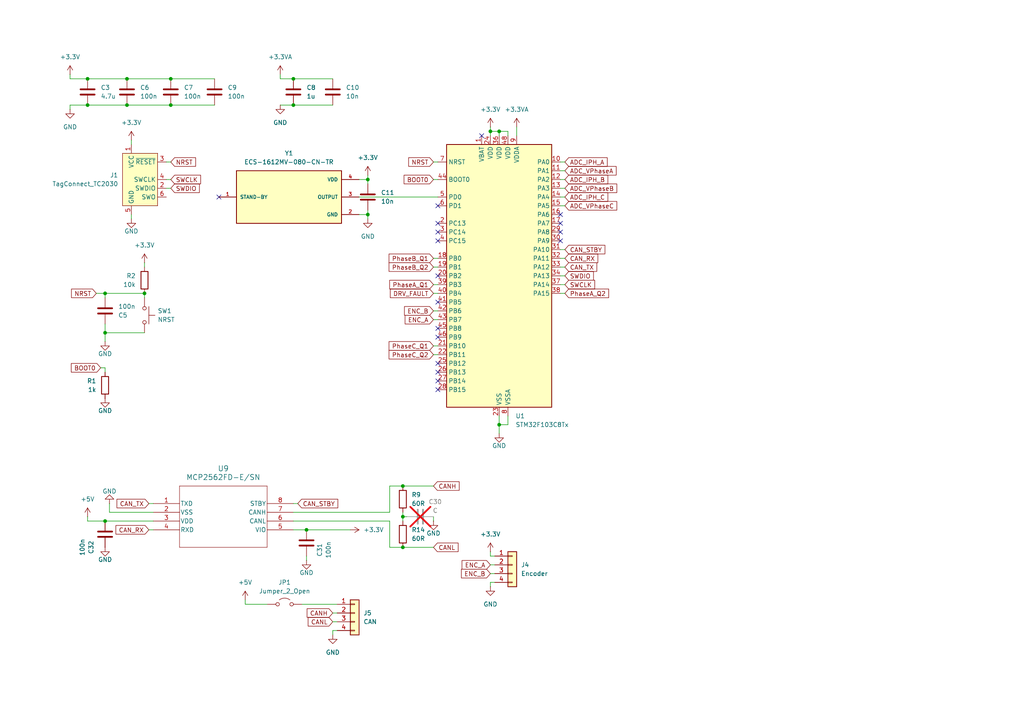
<source format=kicad_sch>
(kicad_sch (version 20231120) (generator "eeschema") (generator_version "8.0")
  (paper "A4")
  (lib_symbols
    (symbol "Connector:Conn_ARM_SWD_TagConnect_TC2030" (in_bom no)
      (property "Reference" "J" (at 2.54 11.43 0))
      (property "Value" "Conn_ARM_SWD_TagConnect_TC2030" (at 5.08 8.89 0))
      (symbol "Conn_ARM_SWD_TagConnect_TC2030_0_0"
        (pin power_in line (at -2.54 10.16 270) (length 2.54) (name "VCC") (number "1"))
        (pin bidirectional line (at 7.62 -2.54 180) (length 2.54) (name "SWDIO") (number "2"))
        (pin open_collector line (at 7.62 5.08 180) (length 2.54) (name "~{RESET}") (number "3"))
        (pin output line (at 7.62 0 180) (length 2.54) (name "SWCLK") (number "4"))
        (pin power_in line (at -2.54 -10.16 90) (length 2.54) (name "GND") (number "5"))
        (pin input line (at 7.62 -5.08 180) (length 2.54) (name "SWO") (number "6"))
      )
      (symbol "Conn_ARM_SWD_TagConnect_TC2030_0_1"
        (rectangle (start -5.08 7.62) (end 5.08 -7.62) (fill (type background)))
      )
    )
    (symbol "Connector_Generic:Conn_01x04" (pin_names (offset 1.016) hide)
      (property "Reference" "J" (at 0 5.08 0))
      (property "Value" "Conn_01x04" (at 0 -7.62 0))
      (symbol "Conn_01x04_1_1"
        (rectangle (start -1.27 -4.953) (end 0 -5.207) (stroke (width 0.1524)))
        (rectangle (start -1.27 -2.413) (end 0 -2.667) (stroke (width 0.1524)))
        (rectangle (start -1.27 0.127) (end 0 -0.127) (stroke (width 0.1524)))
        (rectangle (start -1.27 2.667) (end 0 2.413) (stroke (width 0.1524)))
        (rectangle (start -1.27 3.81) (end 1.27 -6.35) (stroke (width 0.254)) (fill (type background)))
        (pin passive line (at -5.08 2.54 0) (length 3.81) (name "Pin_1") (number "1"))
        (pin passive line (at -5.08 0 0) (length 3.81) (name "Pin_2") (number "2"))
        (pin passive line (at -5.08 -2.54 0) (length 3.81) (name "Pin_3") (number "3"))
        (pin passive line (at -5.08 -5.08 0) (length 3.81) (name "Pin_4") (number "4"))
      )
    )
    (symbol "Device:C" (pin_numbers hide) (pin_names (offset 0.254))
      (property "Reference" "C" (at 0.635 2.54 0))
      (property "Value" "C" (at 0.635 -2.54 0))
      (symbol "C_0_1"
        (polyline (pts (xy -2.032 -0.762) (xy 2.032 -0.762)) (stroke (width 0.508)))
        (polyline (pts (xy -2.032 0.762) (xy 2.032 0.762)) (stroke (width 0.508)))
      )
      (symbol "C_1_1"
        (pin passive line (at 0 3.81 270) (length 2.794) (name "~") (number "1"))
        (pin passive line (at 0 -3.81 90) (length 2.794) (name "~") (number "2"))
      )
    )
    (symbol "Device:R" (pin_numbers hide) (pin_names (offset 0))
      (property "Reference" "R" (at 2.032 0 90))
      (property "Value" "R" (at 0 0 90))
      (symbol "R_0_1"
        (rectangle (start -1.016 -2.54) (end 1.016 2.54) (stroke (width 0.254)))
      )
      (symbol "R_1_1"
        (pin passive line (at 0 3.81 270) (length 1.27) (name "~") (number "1"))
        (pin passive line (at 0 -3.81 90) (length 1.27) (name "~") (number "2"))
      )
    )
    (symbol "Interfaces:MCP2562FD-E_SN" (pin_names (offset 0.254))
      (property "Reference" "U" (at 20.32 10.16 0))
      (property "Value" "MCP2562FD-E/SN" (at 20.32 7.62 0))
      (symbol "MCP2562FD-E_SN_0_1"
        (polyline (pts (xy 7.62 -12.7) (xy 33.02 -12.7)) (stroke (width 0.127)))
        (polyline (pts (xy 7.62 5.08) (xy 7.62 -12.7)) (stroke (width 0.127)))
        (polyline (pts (xy 33.02 -12.7) (xy 33.02 5.08)) (stroke (width 0.127)))
        (polyline (pts (xy 33.02 5.08) (xy 7.62 5.08)) (stroke (width 0.127)))
        (pin input line (at 0 0 0) (length 7.62) (name "TXD") (number "1"))
        (pin power_in line (at 0 -2.54 0) (length 7.62) (name "VSS") (number "2"))
        (pin power_in line (at 0 -5.08 0) (length 7.62) (name "VDD") (number "3"))
        (pin output line (at 0 -7.62 0) (length 7.62) (name "RXD") (number "4"))
        (pin power_in line (at 40.64 -7.62 180) (length 7.62) (name "VIO") (number "5"))
        (pin bidirectional line (at 40.64 -5.08 180) (length 7.62) (name "CANL") (number "6"))
        (pin bidirectional line (at 40.64 -2.54 180) (length 7.62) (name "CANH") (number "7"))
        (pin input line (at 40.64 0 180) (length 7.62) (name "STBY") (number "8"))
      )
    )
    (symbol "Jumper:Jumper_2_Open" (pin_numbers hide) (pin_names (offset 0) hide) (exclude_from_sim yes)
      (property "Reference" "JP" (at 0 2.794 0))
      (property "Value" "Jumper_2_Open" (at 0 -2.286 0))
      (symbol "Jumper_2_Open_0_0"
        (circle (center -2.032 0) (radius 0.508))
        (circle (center 2.032 0) (radius 0.508))
      )
      (symbol "Jumper_2_Open_0_1"
        (arc (start 1.524 1.27) (mid 0 1.778) (end -1.524 1.27))
      )
      (symbol "Jumper_2_Open_1_1"
        (pin passive line (at -5.08 0 0) (length 2.54) (name "A") (number "1"))
        (pin passive line (at 5.08 0 180) (length 2.54) (name "B") (number "2"))
      )
    )
    (symbol "MCU_ST_STM32F1:STM32F103C8Tx"
      (property "Reference" "U" (at -15.24 39.37 0))
      (property "Value" "STM32F103C8Tx" (at 7.62 39.37 0))
      (symbol "STM32F103C8Tx_0_1"
        (rectangle (start -15.24 -38.1) (end 15.24 38.1) (stroke (width 0.254)) (fill (type background)))
      )
      (symbol "STM32F103C8Tx_1_1"
        (pin power_in line (at -5.08 40.64 270) (length 2.54) (name "VBAT") (number "1"))
        (pin bidirectional line (at 17.78 33.02 180) (length 2.54) (name "PA0") (number "10"))
        (pin bidirectional line (at 17.78 30.48 180) (length 2.54) (name "PA1") (number "11"))
        (pin bidirectional line (at 17.78 27.94 180) (length 2.54) (name "PA2") (number "12"))
        (pin bidirectional line (at 17.78 25.4 180) (length 2.54) (name "PA3") (number "13"))
        (pin bidirectional line (at 17.78 22.86 180) (length 2.54) (name "PA4") (number "14"))
        (pin bidirectional line (at 17.78 20.32 180) (length 2.54) (name "PA5") (number "15"))
        (pin bidirectional line (at 17.78 17.78 180) (length 2.54) (name "PA6") (number "16"))
        (pin bidirectional line (at 17.78 15.24 180) (length 2.54) (name "PA7") (number "17"))
        (pin bidirectional line (at -17.78 5.08 0) (length 2.54) (name "PB0") (number "18"))
        (pin bidirectional line (at -17.78 2.54 0) (length 2.54) (name "PB1") (number "19"))
        (pin bidirectional line (at -17.78 15.24 0) (length 2.54) (name "PC13") (number "2"))
        (pin bidirectional line (at -17.78 0 0) (length 2.54) (name "PB2") (number "20"))
        (pin bidirectional line (at -17.78 -20.32 0) (length 2.54) (name "PB10") (number "21"))
        (pin bidirectional line (at -17.78 -22.86 0) (length 2.54) (name "PB11") (number "22"))
        (pin power_in line (at 0 -40.64 90) (length 2.54) (name "VSS") (number "23"))
        (pin power_in line (at -2.54 40.64 270) (length 2.54) (name "VDD") (number "24"))
        (pin bidirectional line (at -17.78 -25.4 0) (length 2.54) (name "PB12") (number "25"))
        (pin bidirectional line (at -17.78 -27.94 0) (length 2.54) (name "PB13") (number "26"))
        (pin bidirectional line (at -17.78 -30.48 0) (length 2.54) (name "PB14") (number "27"))
        (pin bidirectional line (at -17.78 -33.02 0) (length 2.54) (name "PB15") (number "28"))
        (pin bidirectional line (at 17.78 12.7 180) (length 2.54) (name "PA8") (number "29"))
        (pin bidirectional line (at -17.78 12.7 0) (length 2.54) (name "PC14") (number "3"))
        (pin bidirectional line (at 17.78 10.16 180) (length 2.54) (name "PA9") (number "30"))
        (pin bidirectional line (at 17.78 7.62 180) (length 2.54) (name "PA10") (number "31"))
        (pin bidirectional line (at 17.78 5.08 180) (length 2.54) (name "PA11") (number "32"))
        (pin bidirectional line (at 17.78 2.54 180) (length 2.54) (name "PA12") (number "33"))
        (pin bidirectional line (at 17.78 0 180) (length 2.54) (name "PA13") (number "34"))
        (pin passive line (at 0 -40.64 90) (length 2.54) hide (name "VSS") (number "35"))
        (pin power_in line (at 0 40.64 270) (length 2.54) (name "VDD") (number "36"))
        (pin bidirectional line (at 17.78 -2.54 180) (length 2.54) (name "PA14") (number "37"))
        (pin bidirectional line (at 17.78 -5.08 180) (length 2.54) (name "PA15") (number "38"))
        (pin bidirectional line (at -17.78 -2.54 0) (length 2.54) (name "PB3") (number "39"))
        (pin bidirectional line (at -17.78 10.16 0) (length 2.54) (name "PC15") (number "4"))
        (pin bidirectional line (at -17.78 -5.08 0) (length 2.54) (name "PB4") (number "40"))
        (pin bidirectional line (at -17.78 -7.62 0) (length 2.54) (name "PB5") (number "41"))
        (pin bidirectional line (at -17.78 -10.16 0) (length 2.54) (name "PB6") (number "42"))
        (pin bidirectional line (at -17.78 -12.7 0) (length 2.54) (name "PB7") (number "43"))
        (pin input line (at -17.78 27.94 0) (length 2.54) (name "BOOT0") (number "44"))
        (pin bidirectional line (at -17.78 -15.24 0) (length 2.54) (name "PB8") (number "45"))
        (pin bidirectional line (at -17.78 -17.78 0) (length 2.54) (name "PB9") (number "46"))
        (pin passive line (at 0 -40.64 90) (length 2.54) hide (name "VSS") (number "47"))
        (pin power_in line (at 2.54 40.64 270) (length 2.54) (name "VDD") (number "48"))
        (pin bidirectional line (at -17.78 22.86 0) (length 2.54) (name "PD0") (number "5"))
        (pin bidirectional line (at -17.78 20.32 0) (length 2.54) (name "PD1") (number "6"))
        (pin input line (at -17.78 33.02 0) (length 2.54) (name "NRST") (number "7"))
        (pin power_in line (at 2.54 -40.64 90) (length 2.54) (name "VSSA") (number "8"))
        (pin power_in line (at 5.08 40.64 270) (length 2.54) (name "VDDA") (number "9"))
      )
    )
    (symbol "Oscillators:ECS-1612MV-080-CN-TR" (pin_names (offset 1.016))
      (property "Reference" "Y" (at -15.24 8.89 0))
      (property "Value" "ECS-1612MV-080-CN-TR" (at -15.24 -10.16 0))
      (symbol "ECS-1612MV-080-CN-TR_0_0"
        (rectangle (start -15.24 7.62) (end 15.24 -7.62) (stroke (width 0.254)) (fill (type background)))
        (pin input line (at -20.32 0 0) (length 5.08) (name "STAND-BY") (number "1"))
        (pin power_in line (at 20.32 -5.08 180) (length 5.08) (name "GND") (number "2"))
        (pin output line (at 20.32 0 180) (length 5.08) (name "OUTPUT") (number "3"))
        (pin power_in line (at 20.32 5.08 180) (length 5.08) (name "VDD") (number "4"))
      )
    )
    (symbol "Switch:SW_Push" (pin_numbers hide) (pin_names (offset 1.016) hide)
      (property "Reference" "SW" (at 1.27 2.54 0))
      (property "Value" "SW_Push" (at 0 -1.524 0))
      (symbol "SW_Push_0_1"
        (circle (center -2.032 0) (radius 0.508))
        (polyline (pts (xy 0 1.27) (xy 0 3.048)))
        (polyline (pts (xy 2.54 1.27) (xy -2.54 1.27)))
        (circle (center 2.032 0) (radius 0.508))
        (pin passive line (at -5.08 0 0) (length 2.54) (name "1") (number "1"))
        (pin passive line (at 5.08 0 180) (length 2.54) (name "2") (number "2"))
      )
    )
    (symbol "power:+24V" (power) (pin_numbers hide) (pin_names (offset 0) hide)
      (property "Value" "+24V" (at 0 3.556 0))
      (symbol "+24V_0_1"
        (polyline (pts (xy -0.762 1.27) (xy 0 2.54)))
        (polyline (pts (xy 0 0) (xy 0 2.54)))
        (polyline (pts (xy 0 2.54) (xy 0.762 1.27)))
      )
      (symbol "+24V_1_1"
        (pin power_in line (at 0 0 90) (length 0) (name "~") (number "1"))
      )
    )
    (symbol "power:+3.3V" (power) (pin_numbers hide) (pin_names (offset 0) hide)
      (property "Value" "+3.3V" (at 0 3.556 0))
      (symbol "+3.3V_0_1"
        (polyline (pts (xy -0.762 1.27) (xy 0 2.54)))
        (polyline (pts (xy 0 0) (xy 0 2.54)))
        (polyline (pts (xy 0 2.54) (xy 0.762 1.27)))
      )
      (symbol "+3.3V_1_1"
        (pin power_in line (at 0 0 90) (length 0) (name "~") (number "1"))
      )
    )
    (symbol "power:+3.3VA" (power) (pin_numbers hide) (pin_names (offset 0) hide)
      (property "Value" "+3.3VA" (at 0 3.556 0))
      (symbol "+3.3VA_0_1"
        (polyline (pts (xy -0.762 1.27) (xy 0 2.54)))
        (polyline (pts (xy 0 0) (xy 0 2.54)))
        (polyline (pts (xy 0 2.54) (xy 0.762 1.27)))
      )
      (symbol "+3.3VA_1_1"
        (pin power_in line (at 0 0 90) (length 0) (name "~") (number "1"))
      )
    )
    (symbol "power:GND" (power) (pin_numbers hide) (pin_names (offset 0) hide)
      (property "Value" "GND" (at 0 -3.81 0))
      (symbol "GND_0_1"
        (polyline (pts (xy 0 0) (xy 0 -1.27) (xy 1.27 -1.27) (xy 0 -2.54) (xy -1.27 -1.27) (xy 0 -1.27)))
      )
      (symbol "GND_1_1"
        (pin power_in line (at 0 0 270) (length 0) (name "~") (number "1"))
      )
    )
  )
  (junction (at 144.78 38.1))
  (junction (at 49.53 30.48))
  (junction (at 85.09 30.48))
  (junction (at 30.48 151.13))
  (junction (at 142.24 38.1))
  (junction (at 41.91 85.09))
  (junction (at 144.78 123.19))
  (junction (at 116.84 140.97))
  (junction (at 88.9 153.67))
  (junction (at 36.83 30.48))
  (junction (at 30.48 85.09))
  (junction (at 106.68 52.07))
  (junction (at 25.4 30.48))
  (junction (at 30.48 96.52))
  (junction (at 85.09 22.86))
  (junction (at 106.68 62.23))
  (junction (at 116.84 149.86))
  (junction (at 116.84 158.75))
  (junction (at 36.83 22.86))
  (junction (at 49.53 22.86))
  (junction (at 25.4 22.86))
  (no_connect (at 162.56 67.31))
  (no_connect (at 127 59.69))
  (no_connect (at 127 110.49))
  (no_connect (at 127 105.41))
  (no_connect (at 162.56 64.77))
  (no_connect (at 127 107.95))
  (no_connect (at 127 80.01))
  (no_connect (at 63.5 57.15))
  (no_connect (at 162.56 62.23))
  (no_connect (at 127 95.25))
  (no_connect (at 127 67.31))
  (no_connect (at 139.7 39.37))
  (no_connect (at 127 97.79))
  (no_connect (at 127 113.03))
  (no_connect (at 127 69.85))
  (no_connect (at 127 87.63))
  (no_connect (at 162.56 69.85))
  (no_connect (at 127 64.77))
  (wire (pts (xy 87.63 175.26) (xy 97.79 175.26)))
  (wire (pts (xy 147.32 123.19) (xy 144.78 123.19)))
  (wire (pts (xy 31.75 148.59) (xy 44.45 148.59)))
  (wire (pts (xy 144.78 120.65) (xy 144.78 123.19)))
  (wire (pts (xy 20.32 21.59) (xy 20.32 22.86)))
  (wire (pts (xy 81.28 21.59) (xy 81.28 22.86)))
  (wire (pts (xy 30.48 96.52) (xy 30.48 99.06)))
  (wire (pts (xy 25.4 22.86) (xy 36.83 22.86)))
  (wire (pts (xy 25.4 151.13) (xy 30.48 151.13)))
  (wire (pts (xy 30.48 93.98) (xy 30.48 96.52)))
  (wire (pts (xy 106.68 60.96) (xy 106.68 62.23)))
  (wire (pts (xy 116.84 158.75) (xy 125.73 158.75)))
  (wire (pts (xy 142.24 160.02) (xy 142.24 161.29)))
  (wire (pts (xy 49.53 30.48) (xy 62.23 30.48)))
  (wire (pts (xy 142.24 38.1) (xy 142.24 39.37)))
  (wire (pts (xy 36.83 30.48) (xy 49.53 30.48)))
  (wire (pts (xy 125.73 100.33) (xy 127 100.33)))
  (wire (pts (xy 106.68 52.07) (xy 106.68 53.34)))
  (wire (pts (xy 142.24 163.83) (xy 143.51 163.83)))
  (wire (pts (xy 20.32 30.48) (xy 25.4 30.48)))
  (wire (pts (xy 162.56 72.39) (xy 163.83 72.39)))
  (wire (pts (xy 106.68 62.23) (xy 106.68 63.5)))
  (wire (pts (xy 30.48 96.52) (xy 41.91 96.52)))
  (wire (pts (xy 85.09 148.59) (xy 113.03 148.59)))
  (wire (pts (xy 116.84 149.86) (xy 116.84 151.13)))
  (wire (pts (xy 48.26 46.99) (xy 49.53 46.99)))
  (wire (pts (xy 38.1 62.23) (xy 38.1 63.5)))
  (wire (pts (xy 113.03 158.75) (xy 113.03 151.13)))
  (wire (pts (xy 88.9 153.67) (xy 101.6 153.67)))
  (wire (pts (xy 162.56 54.61) (xy 163.83 54.61)))
  (wire (pts (xy 113.03 140.97) (xy 116.84 140.97)))
  (wire (pts (xy 142.24 36.83) (xy 142.24 38.1)))
  (wire (pts (xy 96.52 182.88) (xy 97.79 182.88)))
  (wire (pts (xy 162.56 80.01) (xy 163.83 80.01)))
  (wire (pts (xy 30.48 86.36) (xy 30.48 85.09)))
  (wire (pts (xy 43.18 153.67) (xy 44.45 153.67)))
  (wire (pts (xy 162.56 59.69) (xy 163.83 59.69)))
  (wire (pts (xy 125.73 149.86) (xy 125.73 151.13)))
  (wire (pts (xy 106.68 62.23) (xy 104.14 62.23)))
  (wire (pts (xy 30.48 151.13) (xy 44.45 151.13)))
  (wire (pts (xy 106.68 50.8) (xy 106.68 52.07)))
  (wire (pts (xy 85.09 146.05) (xy 86.36 146.05)))
  (wire (pts (xy 144.78 123.19) (xy 144.78 125.73)))
  (wire (pts (xy 142.24 166.37) (xy 143.51 166.37)))
  (wire (pts (xy 125.73 82.55) (xy 127 82.55)))
  (wire (pts (xy 41.91 76.2) (xy 41.91 77.47)))
  (wire (pts (xy 125.73 92.71) (xy 127 92.71)))
  (wire (pts (xy 85.09 22.86) (xy 96.52 22.86)))
  (wire (pts (xy 125.73 46.99) (xy 127 46.99)))
  (wire (pts (xy 144.78 38.1) (xy 147.32 38.1)))
  (wire (pts (xy 96.52 177.8) (xy 97.79 177.8)))
  (wire (pts (xy 116.84 140.97) (xy 125.73 140.97)))
  (wire (pts (xy 30.48 106.68) (xy 30.48 107.95)))
  (wire (pts (xy 25.4 30.48) (xy 36.83 30.48)))
  (wire (pts (xy 96.52 184.15) (xy 96.52 182.88)))
  (wire (pts (xy 88.9 161.29) (xy 88.9 162.56)))
  (wire (pts (xy 71.12 175.26) (xy 77.47 175.26)))
  (wire (pts (xy 85.09 153.67) (xy 88.9 153.67)))
  (wire (pts (xy 149.86 36.83) (xy 149.86 39.37)))
  (wire (pts (xy 162.56 74.93) (xy 163.83 74.93)))
  (wire (pts (xy 29.21 106.68) (xy 30.48 106.68)))
  (wire (pts (xy 41.91 85.09) (xy 41.91 86.36)))
  (wire (pts (xy 125.73 102.87) (xy 127 102.87)))
  (wire (pts (xy 104.14 52.07) (xy 106.68 52.07)))
  (wire (pts (xy 162.56 57.15) (xy 163.83 57.15)))
  (wire (pts (xy 81.28 22.86) (xy 85.09 22.86)))
  (wire (pts (xy 125.73 90.17) (xy 127 90.17)))
  (wire (pts (xy 142.24 170.18) (xy 142.24 168.91)))
  (wire (pts (xy 49.53 22.86) (xy 62.23 22.86)))
  (wire (pts (xy 147.32 120.65) (xy 147.32 123.19)))
  (wire (pts (xy 125.73 85.09) (xy 127 85.09)))
  (wire (pts (xy 43.18 146.05) (xy 44.45 146.05)))
  (wire (pts (xy 162.56 82.55) (xy 163.83 82.55)))
  (wire (pts (xy 38.1 40.64) (xy 38.1 41.91)))
  (wire (pts (xy 20.32 22.86) (xy 25.4 22.86)))
  (wire (pts (xy 162.56 85.09) (xy 163.83 85.09)))
  (wire (pts (xy 116.84 148.59) (xy 116.84 149.86)))
  (wire (pts (xy 142.24 38.1) (xy 144.78 38.1)))
  (wire (pts (xy 113.03 148.59) (xy 113.03 140.97)))
  (wire (pts (xy 48.26 54.61) (xy 49.53 54.61)))
  (wire (pts (xy 85.09 151.13) (xy 113.03 151.13)))
  (wire (pts (xy 20.32 30.48) (xy 20.32 31.75)))
  (wire (pts (xy 104.14 57.15) (xy 127 57.15)))
  (wire (pts (xy 81.28 30.48) (xy 85.09 30.48)))
  (wire (pts (xy 85.09 30.48) (xy 96.52 30.48)))
  (wire (pts (xy 31.75 146.05) (xy 31.75 148.59)))
  (wire (pts (xy 142.24 161.29) (xy 143.51 161.29)))
  (wire (pts (xy 48.26 52.07) (xy 49.53 52.07)))
  (wire (pts (xy 125.73 52.07) (xy 127 52.07)))
  (wire (pts (xy 162.56 77.47) (xy 163.83 77.47)))
  (wire (pts (xy 147.32 39.37) (xy 147.32 38.1)))
  (wire (pts (xy 30.48 85.09) (xy 41.91 85.09)))
  (wire (pts (xy 125.73 77.47) (xy 127 77.47)))
  (wire (pts (xy 36.83 22.86) (xy 49.53 22.86)))
  (wire (pts (xy 116.84 158.75) (xy 113.03 158.75)))
  (wire (pts (xy 71.12 173.99) (xy 71.12 175.26)))
  (wire (pts (xy 142.24 168.91) (xy 143.51 168.91)))
  (wire (pts (xy 162.56 49.53) (xy 163.83 49.53)))
  (wire (pts (xy 144.78 38.1) (xy 144.78 39.37)))
  (wire (pts (xy 96.52 180.34) (xy 97.79 180.34)))
  (wire (pts (xy 125.73 74.93) (xy 127 74.93)))
  (wire (pts (xy 162.56 46.99) (xy 163.83 46.99)))
  (wire (pts (xy 25.4 149.86) (xy 25.4 151.13)))
  (wire (pts (xy 116.84 149.86) (xy 118.11 149.86)))
  (wire (pts (xy 27.94 85.09) (xy 30.48 85.09)))
  (wire (pts (xy 162.56 52.07) (xy 163.83 52.07)))
  (global_label "PhaseB_Q1" (shape input) (at 125.73 74.93 180) (property "Intersheetrefs" "${INTERSHEET_REFS}" (effects (hide yes))))
  (global_label "SWDIO" (shape input) (at 49.53 54.61 0) (property "Intersheetrefs" "${INTERSHEET_REFS}" (effects (hide yes))))
  (global_label "PhaseB_Q2" (shape input) (at 125.73 77.47 180) (property "Intersheetrefs" "${INTERSHEET_REFS}" (effects (hide yes))))
  (global_label "CAN_RX" (shape input) (at 163.83 74.93 0) (property "Intersheetrefs" "${INTERSHEET_REFS}" (effects (hide yes))))
  (global_label "PhaseC_Q2" (shape input) (at 125.73 102.87 180) (property "Intersheetrefs" "${INTERSHEET_REFS}" (effects (hide yes))))
  (global_label "ADC_VPhaseA" (shape input) (at 163.83 49.53 0) (property "Intersheetrefs" "${INTERSHEET_REFS}" (effects (hide yes))))
  (global_label "SWDIO" (shape input) (at 163.83 80.01 0) (property "Intersheetrefs" "${INTERSHEET_REFS}" (effects (hide yes))))
  (global_label "PhaseA_Q2" (shape input) (at 163.83 85.09 0) (property "Intersheetrefs" "${INTERSHEET_REFS}" (effects (hide yes))))
  (global_label "ADC_VPhaseC" (shape input) (at 163.83 59.69 0) (property "Intersheetrefs" "${INTERSHEET_REFS}" (effects (hide yes))))
  (global_label "BOOT0" (shape input) (at 29.21 106.68 180) (property "Intersheetrefs" "${INTERSHEET_REFS}" (effects (hide yes))))
  (global_label "ADC_IPH_B" (shape input) (at 163.83 52.07 0) (property "Intersheetrefs" "${INTERSHEET_REFS}" (effects (hide yes))))
  (global_label "NRST" (shape input) (at 125.73 46.99 180) (property "Intersheetrefs" "${INTERSHEET_REFS}" (effects (hide yes))))
  (global_label "CAN_STBY" (shape input) (at 163.83 72.39 0) (property "Intersheetrefs" "${INTERSHEET_REFS}" (effects (hide yes))))
  (global_label "CAN_STBY" (shape input) (at 86.36 146.05 0) (property "Intersheetrefs" "${INTERSHEET_REFS}" (effects (hide yes))))
  (global_label "CANL" (shape input) (at 96.52 180.34 180) (property "Intersheetrefs" "${INTERSHEET_REFS}" (effects (hide yes))))
  (global_label "ENC_A" (shape input) (at 125.73 92.71 180) (property "Intersheetrefs" "${INTERSHEET_REFS}" (effects (hide yes))))
  (global_label "DRV_FAULT" (shape input) (at 125.73 85.09 180) (property "Intersheetrefs" "${INTERSHEET_REFS}" (effects (hide yes))))
  (global_label "ENC_B" (shape input) (at 142.24 166.37 180) (property "Intersheetrefs" "${INTERSHEET_REFS}" (effects (hide yes))))
  (global_label "BOOT0" (shape input) (at 125.73 52.07 180) (property "Intersheetrefs" "${INTERSHEET_REFS}" (effects (hide yes))))
  (global_label "PhaseA_Q1" (shape input) (at 125.73 82.55 180) (property "Intersheetrefs" "${INTERSHEET_REFS}" (effects (hide yes))))
  (global_label "SWCLK" (shape input) (at 163.83 82.55 0) (property "Intersheetrefs" "${INTERSHEET_REFS}" (effects (hide yes))))
  (global_label "CAN_TX" (shape input) (at 163.83 77.47 0) (property "Intersheetrefs" "${INTERSHEET_REFS}" (effects (hide yes))))
  (global_label "PhaseC_Q1" (shape input) (at 125.73 100.33 180) (property "Intersheetrefs" "${INTERSHEET_REFS}" (effects (hide yes))))
  (global_label "CANH" (shape input) (at 125.73 140.97 0) (property "Intersheetrefs" "${INTERSHEET_REFS}" (effects (hide yes))))
  (global_label "NRST" (shape input) (at 27.94 85.09 180) (property "Intersheetrefs" "${INTERSHEET_REFS}" (effects (hide yes))))
  (global_label "ENC_B" (shape input) (at 125.73 90.17 180) (property "Intersheetrefs" "${INTERSHEET_REFS}" (effects (hide yes))))
  (global_label "ADC_VPhaseB" (shape input) (at 163.83 54.61 0) (property "Intersheetrefs" "${INTERSHEET_REFS}" (effects (hide yes))))
  (global_label "CAN_TX" (shape input) (at 43.18 146.05 180) (property "Intersheetrefs" "${INTERSHEET_REFS}" (effects (hide yes))))
  (global_label "CANH" (shape input) (at 96.52 177.8 180) (property "Intersheetrefs" "${INTERSHEET_REFS}" (effects (hide yes))))
  (global_label "CAN_RX" (shape input) (at 43.18 153.67 180) (property "Intersheetrefs" "${INTERSHEET_REFS}" (effects (hide yes))))
  (global_label "ADC_IPH_C" (shape input) (at 163.83 57.15 0) (property "Intersheetrefs" "${INTERSHEET_REFS}" (effects (hide yes))))
  (global_label "CANL" (shape input) (at 125.73 158.75 0) (property "Intersheetrefs" "${INTERSHEET_REFS}" (effects (hide yes))))
  (global_label "NRST" (shape input) (at 49.53 46.99 0) (property "Intersheetrefs" "${INTERSHEET_REFS}" (effects (hide yes))))
  (global_label "ADC_IPH_A" (shape input) (at 163.83 46.99 0) (property "Intersheetrefs" "${INTERSHEET_REFS}" (effects (hide yes))))
  (global_label "ENC_A" (shape input) (at 142.24 163.83 180) (property "Intersheetrefs" "${INTERSHEET_REFS}" (effects (hide yes))))
  (global_label "SWCLK" (shape input) (at 49.53 52.07 0) (property "Intersheetrefs" "${INTERSHEET_REFS}" (effects (hide yes))))
  (symbol (lib_id "power:GND") (at 20.32 31.75 0) (unit 1)
    (property "Reference" "#PWR04" (effects (hide yes)))
    (property "Value" "GND" (at 20.32 36.83 0))
    (property "Description" "Power symbol creates a global label with name \"GND\" , ground" (effects (hide yes)))
  )
  (symbol (lib_id "power:GND") (at 38.1 63.5 0) (unit 1)
    (property "Reference" "#PWR09" (effects (hide yes)))
    (property "Value" "GND" (at 38.1 67.056 0))
    (property "Description" "Power symbol creates a global label with name \"GND\" , ground" (effects (hide yes)))
  )
  (symbol (lib_id "power:GND") (at 30.48 158.75 0) (unit 1)
    (property "Reference" "#PWR060" (effects (hide yes)))
    (property "Value" "GND" (at 30.48 162.306 0))
    (property "Description" "Power symbol creates a global label with name \"GND\" , ground" (effects (hide yes)))
  )
  (symbol (lib_id "power:GND") (at 106.68 63.5 0) (unit 1)
    (property "Reference" "#PWR019" (effects (hide yes)))
    (property "Value" "GND" (at 106.68 68.58 0))
    (property "Description" "Power symbol creates a global label with name \"GND\" , ground" (effects (hide yes)))
  )
  (symbol (lib_id "power:+24V") (at 25.4 149.86 0) (unit 1)
    (property "Reference" "#PWR082" (effects (hide yes)))
    (property "Value" "+5V" (at 25.4 144.78 0))
    (property "Description" "Power symbol creates a global label with name \"+24V\"" (effects (hide yes)))
  )
  (symbol (lib_id "Device:C") (at 49.53 26.67 0) (unit 1)
    (property "Reference" "C7" (at 53.34 25.3999 0) (effects (justify left)))
    (property "Value" "100n" (at 53.34 27.9399 0) (effects (justify left)))
    (property "Footprint" "Capacitor_SMD:C_0402_1005Metric" (effects (hide yes)))
    (property "Description" "Unpolarized capacitor" (effects (hide yes)))
    (property "PartNum" "GCM1555C1H240FA16J" (effects (hide yes)))
  )
  (symbol (lib_id "power:GND") (at 31.75 146.05 180) (unit 1)
    (property "Reference" "#PWR085" (effects (hide yes)))
    (property "Value" "GND" (at 31.75 142.494 0))
    (property "Description" "Power symbol creates a global label with name \"GND\" , ground" (effects (hide yes)))
  )
  (symbol (lib_id "Device:C") (at 30.48 154.94 0) (unit 1)
    (property "Reference" "C32" (at 26.416 158.75 90))
    (property "Value" "100n" (at 23.876 158.75 90))
    (property "Footprint" "Capacitor_SMD:C_0402_1005Metric" (effects (hide yes)))
    (property "Description" "Unpolarized capacitor" (effects (hide yes)))
    (property "PartNum" "GRM155R60J104MA01J" (effects (hide yes)))
  )
  (symbol (lib_id "MCU_ST_STM32F1:STM32F103C8Tx") (at 144.78 80.01 0) (unit 1)
    (property "Reference" "U1" (at 149.5141 120.65 0) (effects (justify left)))
    (property "Value" "STM32F103C8Tx" (at 149.5141 123.19 0) (effects (justify left)))
    (property "Footprint" "Package_QFP:LQFP-48_7x7mm_P0.5mm" (effects (hide yes)))
    (property "Datasheet" "https://www.st.com/resource/en/datasheet/stm32f103c8.pdf" (effects (hide yes)))
    (property "Description" "STMicroelectronics Arm Cortex-M3 MCU, 64KB flash, 20KB RAM, 72 MHz, 2.0-3.6V, 37 GPIO, LQFP48" (effects (hide yes)))
    (property "PartNum" "STM32F103C8T6" (effects (hide yes)))
  )
  (symbol (lib_id "Connector_Generic:Conn_01x04") (at 102.87 177.8 0) (unit 1)
    (property "Reference" "J5" (at 105.41 177.7999 0) (effects (justify left)))
    (property "Value" "CAN" (at 105.41 180.3399 0) (effects (justify left)))
    (property "Footprint" "Connector_Molex:Molex_Pico-Clasp_501331-0407_1x04-1MP_P1.00mm_Vertical" (effects (hide yes)))
    (property "Description" "Generic connector, single row, 01x04, script generated (kicad-library-utils/schlib/autogen/connector/)" (effects (hide yes)))
  )
  (symbol (lib_id "power:GND") (at 96.52 184.15 0) (unit 1)
    (property "Reference" "#PWR084" (effects (hide yes)))
    (property "Value" "GND" (at 96.52 189.23 0))
    (property "Description" "Power symbol creates a global label with name \"GND\" , ground" (effects (hide yes)))
  )
  (symbol (lib_id "power:+3.3VA") (at 81.28 21.59 0) (unit 1)
    (property "Reference" "#PWR012" (effects (hide yes)))
    (property "Value" "+3.3VA" (at 81.28 16.51 0))
    (property "Description" "Power symbol creates a global label with name \"+3.3VA\"" (effects (hide yes)))
  )
  (symbol (lib_id "Switch:SW_Push") (at 41.91 91.44 270) (unit 1)
    (property "Reference" "SW1" (at 45.72 90.1699 90) (effects (justify left)))
    (property "Value" "NRST" (at 45.72 92.7099 90) (effects (justify left)))
    (property "Footprint" "Other:NANOT100AS" (effects (hide yes)))
    (property "Description" "Push button switch, generic, two pins" (effects (hide yes)))
    (property "PartNum" "NANOT100AS" (effects (hide yes)))
  )
  (symbol (lib_id "power:GND") (at 30.48 115.57 0) (unit 1)
    (property "Reference" "#PWR06" (effects (hide yes)))
    (property "Value" "GND" (at 30.48 119.126 0))
    (property "Description" "Power symbol creates a global label with name \"GND\" , ground" (effects (hide yes)))
  )
  (symbol (lib_id "power:+3.3V") (at 142.24 36.83 0) (unit 1)
    (property "Reference" "#PWR016" (effects (hide yes)))
    (property "Value" "+3.3V" (at 142.24 31.75 0))
    (property "Description" "Power symbol creates a global label with name \"+3.3V\"" (effects (hide yes)))
  )
  (symbol (lib_id "power:+3.3V") (at 41.91 76.2 0) (unit 1)
    (property "Reference" "#PWR011" (effects (hide yes)))
    (property "Value" "+3.3V" (at 41.91 71.12 0))
    (property "Description" "Power symbol creates a global label with name \"+3.3V\"" (effects (hide yes)))
  )
  (symbol (lib_id "power:GND") (at 144.78 125.73 0) (unit 1)
    (property "Reference" "#PWR014" (effects (hide yes)))
    (property "Value" "GND" (at 144.78 129.286 0))
    (property "Description" "Power symbol creates a global label with name \"GND\" , ground" (effects (hide yes)))
  )
  (symbol (lib_id "power:GND") (at 30.48 99.06 0) (unit 1)
    (property "Reference" "#PWR05" (effects (hide yes)))
    (property "Value" "GND" (at 30.48 102.616 0))
    (property "Description" "Power symbol creates a global label with name \"GND\" , ground" (effects (hide yes)))
  )
  (symbol (lib_id "power:GND") (at 88.9 162.56 0) (unit 1)
    (property "Reference" "#PWR062" (effects (hide yes)))
    (property "Value" "GND" (at 88.9 166.116 0))
    (property "Description" "Power symbol creates a global label with name \"GND\" , ground" (effects (hide yes)))
  )
  (symbol (lib_id "power:GND") (at 125.73 151.13 0) (unit 1)
    (property "Reference" "#PWR059" (effects (hide yes)))
    (property "Value" "GND" (at 125.73 154.686 0))
    (property "Description" "Power symbol creates a global label with name \"GND\" , ground" (effects (hide yes)))
  )
  (symbol (lib_id "power:+3.3V") (at 106.68 50.8 0) (unit 1)
    (property "Reference" "#PWR018" (effects (hide yes)))
    (property "Value" "+3.3V" (at 106.68 45.72 0))
    (property "Description" "Power symbol creates a global label with name \"+3.3V\"" (effects (hide yes)))
  )
  (symbol (lib_id "Device:C") (at 96.52 26.67 0) (unit 1)
    (property "Reference" "C10" (at 100.33 25.3999 0) (effects (justify left)))
    (property "Value" "10n" (at 100.33 27.9399 0) (effects (justify left)))
    (property "Footprint" "Capacitor_SMD:C_0402_1005Metric" (effects (hide yes)))
    (property "Description" "Unpolarized capacitor" (effects (hide yes)))
    (property "PartNum" "GMD155R60J105KE11D" (effects (hide yes)))
  )
  (symbol (lib_id "Interfaces:MCP2562FD-E_SN") (at 44.45 146.05 0) (unit 1)
    (property "Reference" "U9" (at 64.77 135.89 0) (effects (font (size 1.524 1.524))))
    (property "Value" "MCP2562FD-E/SN" (at 64.77 138.43 0) (effects (font (size 1.524 1.524))))
    (property "Footprint" "Interfaces:MCP2562FD-ESN" (effects (hide yes)))
    (property "Datasheet" "MCP2562FD-E/SN" (effects (hide yes)))
    (property "PartNum" "MCP2562FD-E/SN" (effects (hide yes)))
  )
  (symbol (lib_id "Device:R") (at 30.48 111.76 0) (unit 1)
    (property "Reference" "R1" (at 27.94 110.4899 0) (effects (justify right)))
    (property "Value" "1k" (at 27.94 113.0299 0) (effects (justify right)))
    (property "Footprint" "Capacitor_SMD:C_0402_1005Metric" (effects (hide yes)))
    (property "Description" "Resistor" (effects (hide yes)))
    (property "PartNum" "0402WGF1001TCE" (effects (hide yes)))
  )
  (symbol (lib_id "Device:C") (at 106.68 57.15 0) (unit 1)
    (property "Reference" "C11" (at 110.49 55.8799 0) (effects (justify left)))
    (property "Value" "10n" (at 110.49 58.4199 0) (effects (justify left)))
    (property "Footprint" "Capacitor_SMD:C_0402_1005Metric" (effects (hide yes)))
    (property "Description" "Unpolarized capacitor" (effects (hide yes)))
    (property "PartNum" "GMD155R60J105KE11D" (effects (hide yes)))
  )
  (symbol (lib_id "power:GND") (at 81.28 30.48 0) (unit 1)
    (property "Reference" "#PWR013" (effects (hide yes)))
    (property "Value" "GND" (at 81.28 35.56 0))
    (property "Description" "Power symbol creates a global label with name \"GND\" , ground" (effects (hide yes)))
  )
  (symbol (lib_id "Device:C") (at 121.92 149.86 90) (unit 1) (dnp yes)
    (property "Reference" "C30" (at 126.238 145.542 90))
    (property "Value" "C" (at 126.238 148.082 90))
    (property "Footprint" "Capacitor_SMD:C_0402_1005Metric" (effects (hide yes)))
    (property "Description" "Unpolarized capacitor" (effects (hide yes)))
  )
  (symbol (lib_id "power:+3.3V") (at 20.32 21.59 0) (unit 1)
    (property "Reference" "#PWR01" (effects (hide yes)))
    (property "Value" "+3.3V" (at 20.32 16.51 0))
    (property "Description" "Power symbol creates a global label with name \"+3.3V\"" (effects (hide yes)))
  )
  (symbol (lib_id "Device:R") (at 116.84 154.94 0) (unit 1)
    (property "Reference" "R14" (at 119.38 153.6699 0) (effects (justify left)))
    (property "Value" "60R" (at 119.38 156.2099 0) (effects (justify left)))
    (property "Footprint" "Resistor_SMD:R_0402_1005Metric" (effects (hide yes)))
    (property "Description" "Resistor" (effects (hide yes)))
    (property "PartNum" "560112110170" (effects (hide yes)))
  )
  (symbol (lib_id "Oscillators:ECS-1612MV-080-CN-TR") (at 83.82 57.15 0) (unit 1)
    (property "Reference" "Y1" (at 83.82 44.45 0))
    (property "Value" "ECS-1612MV-080-CN-TR" (at 83.82 46.99 0))
    (property "Footprint" "Oscillators:OSC_ECS-1612MV-080-CN-TR-4" (effects (hide yes)))
    (property "PartNum" "ECS-1612MV-080-CN-TR" (effects (hide yes)))
  )
  (symbol (lib_id "Device:C") (at 88.9 157.48 180) (unit 1)
    (property "Reference" "C31" (at 92.71 159.512 90))
    (property "Value" "100n" (at 95.25 159.512 90))
    (property "Footprint" "Capacitor_SMD:C_0402_1005Metric" (effects (hide yes)))
    (property "Description" "Unpolarized capacitor" (effects (hide yes)))
    (property "PartNum" "C0402C104K8RAC" (effects (hide yes)))
  )
  (symbol (lib_id "Connector:Conn_ARM_SWD_TagConnect_TC2030") (at 40.64 52.07 0) (unit 1) (in_bom no)
    (property "Reference" "J1" (at 34.29 50.7999 0) (effects (justify right)))
    (property "Value" "TagConnect_TC2030" (at 34.29 53.3399 0) (effects (justify right)))
    (property "Footprint" "Connector:Tag-Connect_TC2030-IDC-NL_2x03_P1.27mm_Vertical" (effects (hide yes)))
    (property "Datasheet" "https://www.tag-connect.com/wp-content/uploads/bsk-pdf-manager/TC2030-CTX_1.pdf" (effects (hide yes)))
    (property "Description" "Tag-Connect ARM Cortex SWD JTAG connector, 6 pin" (effects (hide yes)))
  )
  (symbol (lib_id "power:+3.3VA") (at 149.86 36.83 0) (unit 1)
    (property "Reference" "#PWR017" (effects (hide yes)))
    (property "Value" "+3.3VA" (at 149.86 31.75 0))
    (property "Description" "Power symbol creates a global label with name \"+3.3VA\"" (effects (hide yes)))
  )
  (symbol (lib_id "Device:C") (at 25.4 26.67 0) (unit 1)
    (property "Reference" "C3" (at 29.21 25.3999 0) (effects (justify left)))
    (property "Value" "4.7u" (at 29.21 27.9399 0) (effects (justify left)))
    (property "Footprint" "Capacitor_SMD:C_0603_1608Metric" (effects (hide yes)))
    (property "Description" "Unpolarized capacitor" (effects (hide yes)))
    (property "PartNum" "C0603C475M9PAC" (effects (hide yes)))
  )
  (symbol (lib_id "Device:C") (at 30.48 90.17 0) (mirror x) (unit 1)
    (property "Reference" "C5" (at 34.29 91.4401 0) (effects (justify left)))
    (property "Value" "100n" (at 34.29 88.9001 0) (effects (justify left)))
    (property "Footprint" "Capacitor_SMD:C_0402_1005Metric" (effects (hide yes)))
    (property "Description" "Unpolarized capacitor" (effects (hide yes)))
    (property "PartNum" "GCM1555C1H240FA16J" (effects (hide yes)))
  )
  (symbol (lib_id "Device:C") (at 36.83 26.67 0) (unit 1)
    (property "Reference" "C6" (at 40.64 25.3999 0) (effects (justify left)))
    (property "Value" "100n" (at 40.64 27.9399 0) (effects (justify left)))
    (property "Footprint" "Capacitor_SMD:C_0402_1005Metric" (effects (hide yes)))
    (property "Description" "Unpolarized capacitor" (effects (hide yes)))
    (property "PartNum" "GCM1555C1H240FA16J" (effects (hide yes)))
  )
  (symbol (lib_id "Device:C") (at 62.23 26.67 0) (unit 1)
    (property "Reference" "C9" (at 66.04 25.3999 0) (effects (justify left)))
    (property "Value" "100n" (at 66.04 27.9399 0) (effects (justify left)))
    (property "Footprint" "Capacitor_SMD:C_0402_1005Metric" (effects (hide yes)))
    (property "Description" "Unpolarized capacitor" (effects (hide yes)))
    (property "PartNum" "GCM1555C1H240FA16J" (effects (hide yes)))
  )
  (symbol (lib_id "Device:R") (at 116.84 144.78 0) (unit 1)
    (property "Reference" "R9" (at 119.38 143.5099 0) (effects (justify left)))
    (property "Value" "60R" (at 119.38 146.0499 0) (effects (justify left)))
    (property "Footprint" "Resistor_SMD:R_0402_1005Metric" (effects (hide yes)))
    (property "Description" "Resistor" (effects (hide yes)))
    (property "PartNum" "560112110170" (effects (hide yes)))
  )
  (symbol (lib_id "power:+3.3V") (at 38.1 40.64 0) (unit 1)
    (property "Reference" "#PWR07" (effects (hide yes)))
    (property "Value" "+3.3V" (at 38.1 35.56 0))
    (property "Description" "Power symbol creates a global label with name \"+3.3V\"" (effects (hide yes)))
  )
  (symbol (lib_id "power:+24V") (at 71.12 173.99 0) (unit 1)
    (property "Reference" "#PWR047" (effects (hide yes)))
    (property "Value" "+5V" (at 71.12 168.91 0))
    (property "Description" "Power symbol creates a global label with name \"+24V\"" (effects (hide yes)))
  )
  (symbol (lib_id "power:+3.3V") (at 101.6 153.67 270) (unit 1)
    (property "Reference" "#PWR061" (effects (hide yes)))
    (property "Value" "+3.3V" (at 105.41 153.6699 90) (effects (justify left)))
    (property "Description" "Power symbol creates a global label with name \"+3.3V\"" (effects (hide yes)))
  )
  (symbol (lib_id "Device:R") (at 41.91 81.28 0) (unit 1)
    (property "Reference" "R2" (at 39.37 80.0099 0) (effects (justify right)))
    (property "Value" "10k" (at 39.37 82.5499 0) (effects (justify right)))
    (property "Footprint" "Resistor_SMD:R_0402_1005Metric" (effects (hide yes)))
    (property "Description" "Resistor" (effects (hide yes)))
    (property "PartNum" "0402WGF1002TCE" (effects (hide yes)))
  )
  (symbol (lib_id "Jumper:Jumper_2_Open") (at 82.55 175.26 0) (unit 1) (exclude_from_sim yes)
    (property "Reference" "JP1" (at 82.55 168.91 0))
    (property "Value" "Jumper_2_Open" (at 82.55 171.45 0))
    (property "Footprint" "Jumper:SolderJumper-2_P1.3mm_Open_TrianglePad1.0x1.5mm" (effects (hide yes)))
    (property "Description" "Jumper, 2-pole, open" (effects (hide yes)))
  )
  (symbol (lib_id "power:GND") (at 142.24 170.18 0) (unit 1)
    (property "Reference" "#PWR053" (effects (hide yes)))
    (property "Value" "GND" (at 142.24 175.26 0))
    (property "Description" "Power symbol creates a global label with name \"GND\" , ground" (effects (hide yes)))
  )
  (symbol (lib_id "Device:C") (at 85.09 26.67 0) (unit 1)
    (property "Reference" "C8" (at 88.9 25.3999 0) (effects (justify left)))
    (property "Value" "1u" (at 88.9 27.9399 0) (effects (justify left)))
    (property "Footprint" "Capacitor_SMD:C_0402_1005Metric" (effects (hide yes)))
    (property "Description" "Unpolarized capacitor" (effects (hide yes)))
    (property "PartNum" "GMD155R60J105KE11D" (effects (hide yes)))
  )
  (symbol (lib_id "power:+3.3V") (at 142.24 160.02 0) (unit 1)
    (property "Reference" "#PWR020" (effects (hide yes)))
    (property "Value" "+3.3V" (at 142.24 154.94 0))
    (property "Description" "Power symbol creates a global label with name \"+3.3V\"" (effects (hide yes)))
  )
  (symbol (lib_id "Connector_Generic:Conn_01x04") (at 148.59 163.83 0) (unit 1)
    (property "Reference" "J4" (at 151.13 163.8299 0) (effects (justify left)))
    (property "Value" "Encoder" (at 151.13 166.3699 0) (effects (justify left)))
    (property "Footprint" "Connector_Molex:Molex_Pico-Clasp_501331-0407_1x04-1MP_P1.00mm_Vertical" (effects (hide yes)))
    (property "Description" "Generic connector, single row, 01x04, script generated (kicad-library-utils/schlib/autogen/connector/)" (effects (hide yes)))
  )
)
</source>
